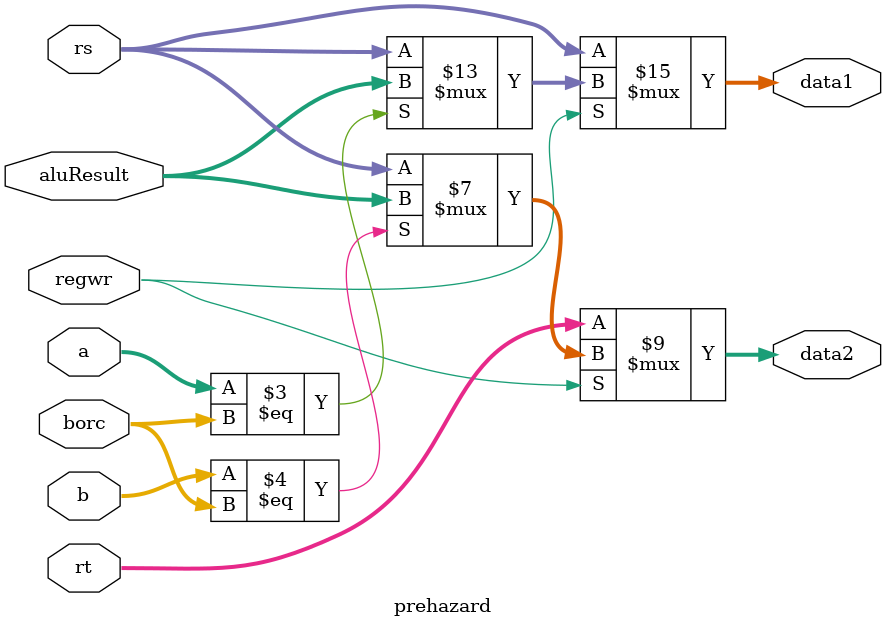
<source format=v>
module prehazard(regwr, borc, aluResult, rs, rt, a, b, data1, data2);
input regwr;	
input [4:0] borc, a, b;
input [7:0] aluResult, rs, rt;
output [7:0] data1, data2;
reg [7:0] data1, data2;

always @(regwr or borc or aluResult or rs or rt or a or b)
begin
	if(regwr==1)
	begin
		if(a==borc)
			 data1<=aluResult;
		else
			data1<=rs;
		if(b==borc)
			 data2<=aluResult;
		else
			 data2<=rs;
	end
else
begin
	 data1<=rs;
	 data2<=rt;
end
end
endmodule

</source>
